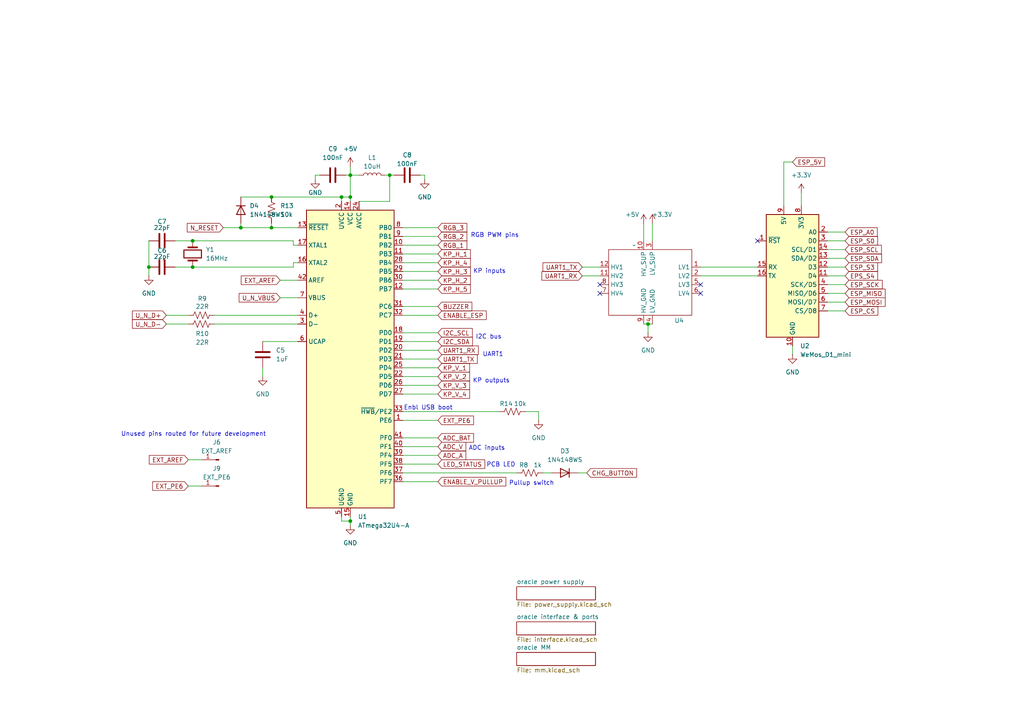
<source format=kicad_sch>
(kicad_sch (version 20231120) (generator "eeschema") (generator_version "8.0")
  (paper "A4")
  (title_block (title "oracle root") (date "2024-11-09") (rev "1.0"))
  (lib_symbols
    (symbol "Connector:Conn_01x01_Pin" (pin_names (offset 1.016) hide)
      (property "Reference" "J" (at 0 2.54 0))
      (property "Value" "Conn_01x01_Pin" (at 0 -2.54 0))
      (symbol "Conn_01x01_Pin_1_1"
        (polyline (pts (xy 1.27 0) (xy 0.8636 0)) (stroke (width 0.1524)))
        (rectangle (start 0.8636 0.127) (end 0 -0.127) (stroke (width 0.1524)) (fill (type outline)))
        (pin passive line (at 5.08 0 180) (length 3.81) (name "Pin_1") (number "1"))
      )
    )
    (symbol "Device:C" (pin_numbers hide) (pin_names (offset 0.254))
      (property "Reference" "C" (at 0.635 2.54 0))
      (property "Value" "C" (at 0.635 -2.54 0))
      (symbol "C_0_1"
        (polyline (pts (xy -2.032 -0.762) (xy 2.032 -0.762)) (stroke (width 0.508)))
        (polyline (pts (xy -2.032 0.762) (xy 2.032 0.762)) (stroke (width 0.508)))
      )
      (symbol "C_1_1"
        (pin passive line (at 0 3.81 270) (length 2.794) (name "~") (number "1"))
        (pin passive line (at 0 -3.81 90) (length 2.794) (name "~") (number "2"))
      )
    )
    (symbol "Device:Crystal" (pin_numbers hide) (pin_names (offset 1.016) hide)
      (property "Reference" "Y" (at 0 3.81 0))
      (property "Value" "Crystal" (at 0 -3.81 0))
      (symbol "Crystal_0_1"
        (rectangle (start -1.143 2.54) (end 1.143 -2.54) (stroke (width 0.3048)))
        (polyline (pts (xy -2.54 0) (xy -1.905 0)))
        (polyline (pts (xy -1.905 -1.27) (xy -1.905 1.27)) (stroke (width 0.508)))
        (polyline (pts (xy 1.905 -1.27) (xy 1.905 1.27)) (stroke (width 0.508)))
        (polyline (pts (xy 2.54 0) (xy 1.905 0)))
      )
      (symbol "Crystal_1_1"
        (pin passive line (at -3.81 0 0) (length 1.27) (name "1") (number "1"))
        (pin passive line (at 3.81 0 180) (length 1.27) (name "2") (number "2"))
      )
    )
    (symbol "Device:D" (pin_numbers hide) (pin_names (offset 1.016) hide)
      (property "Reference" "D" (at 0 2.54 0))
      (property "Value" "D" (at 0 -2.54 0))
      (symbol "D_0_1"
        (polyline (pts (xy -1.27 1.27) (xy -1.27 -1.27)) (stroke (width 0.254)))
        (polyline (pts (xy 1.27 0) (xy -1.27 0)))
        (polyline (pts (xy 1.27 1.27) (xy 1.27 -1.27) (xy -1.27 0) (xy 1.27 1.27)) (stroke (width 0.254)))
      )
      (symbol "D_1_1"
        (pin passive line (at -3.81 0 0) (length 2.54) (name "K") (number "1"))
        (pin passive line (at 3.81 0 180) (length 2.54) (name "A") (number "2"))
      )
    )
    (symbol "Device:L" (pin_numbers hide) (pin_names (offset 1.016) hide)
      (property "Reference" "L" (at -1.27 0 90))
      (property "Value" "L" (at 1.905 0 90))
      (symbol "L_0_1"
        (arc (start 0 -2.54) (mid 0.6323 -1.905) (end 0 -1.27))
        (arc (start 0 -1.27) (mid 0.6323 -0.635) (end 0 0))
        (arc (start 0 0) (mid 0.6323 0.635) (end 0 1.27))
        (arc (start 0 1.27) (mid 0.6323 1.905) (end 0 2.54))
      )
      (symbol "L_1_1"
        (pin passive line (at 0 3.81 270) (length 1.27) (name "1") (number "1"))
        (pin passive line (at 0 -3.81 90) (length 1.27) (name "2") (number "2"))
      )
    )
    (symbol "Device:R_US" (pin_numbers hide) (pin_names (offset 0))
      (property "Reference" "R" (at 2.54 0 90))
      (property "Value" "R_US" (at -2.54 0 90))
      (symbol "R_US_0_1"
        (polyline (pts (xy 0 -2.286) (xy 0 -2.54)))
        (polyline (pts (xy 0 2.286) (xy 0 2.54)))
        (polyline (pts (xy 0 -0.762) (xy 1.016 -1.143) (xy 0 -1.524) (xy -1.016 -1.905) (xy 0 -2.286)))
        (polyline (pts (xy 0 0.762) (xy 1.016 0.381) (xy 0 0) (xy -1.016 -0.381) (xy 0 -0.762)))
        (polyline (pts (xy 0 2.286) (xy 1.016 1.905) (xy 0 1.524) (xy -1.016 1.143) (xy 0 0.762)))
      )
      (symbol "R_US_1_1"
        (pin passive line (at 0 3.81 270) (length 1.27) (name "~") (number "1"))
        (pin passive line (at 0 -3.81 90) (length 1.27) (name "~") (number "2"))
      )
    )
    (symbol "MCU_Microchip_ATmega:ATmega32U4-A"
      (property "Reference" "U" (at -12.7 44.45 0))
      (property "Value" "ATmega32U4-A" (at 2.54 -44.45 0))
      (symbol "ATmega32U4-A_0_1"
        (rectangle (start -12.7 -43.18) (end 12.7 43.18) (stroke (width 0.254)) (fill (type background)))
      )
      (symbol "ATmega32U4-A_1_1"
        (pin bidirectional line (at 15.24 -17.78 180) (length 2.54) (name "PE6") (number "1"))
        (pin bidirectional line (at 15.24 33.02 180) (length 2.54) (name "PB2") (number "10"))
        (pin bidirectional line (at 15.24 30.48 180) (length 2.54) (name "PB3") (number "11"))
        (pin bidirectional line (at 15.24 20.32 180) (length 2.54) (name "PB7") (number "12"))
        (pin input line (at -15.24 38.1 0) (length 2.54) (name "~{RESET}") (number "13"))
        (pin power_in line (at 0 45.72 270) (length 2.54) (name "VCC") (number "14"))
        (pin power_in line (at 0 -45.72 90) (length 2.54) (name "GND") (number "15"))
        (pin output line (at -15.24 27.94 0) (length 2.54) (name "XTAL2") (number "16"))
        (pin input line (at -15.24 33.02 0) (length 2.54) (name "XTAL1") (number "17"))
        (pin bidirectional line (at 15.24 7.62 180) (length 2.54) (name "PD0") (number "18"))
        (pin bidirectional line (at 15.24 5.08 180) (length 2.54) (name "PD1") (number "19"))
        (pin power_in line (at -2.54 45.72 270) (length 2.54) (name "UVCC") (number "2"))
        (pin bidirectional line (at 15.24 2.54 180) (length 2.54) (name "PD2") (number "20"))
        (pin bidirectional line (at 15.24 0 180) (length 2.54) (name "PD3") (number "21"))
        (pin bidirectional line (at 15.24 -5.08 180) (length 2.54) (name "PD5") (number "22"))
        (pin passive line (at 0 -45.72 90) (length 2.54) hide (name "GND") (number "23"))
        (pin power_in line (at 2.54 45.72 270) (length 2.54) (name "AVCC") (number "24"))
        (pin bidirectional line (at 15.24 -2.54 180) (length 2.54) (name "PD4") (number "25"))
        (pin bidirectional line (at 15.24 -7.62 180) (length 2.54) (name "PD6") (number "26"))
        (pin bidirectional line (at 15.24 -10.16 180) (length 2.54) (name "PD7") (number "27"))
        (pin bidirectional line (at 15.24 27.94 180) (length 2.54) (name "PB4") (number "28"))
        (pin bidirectional line (at 15.24 25.4 180) (length 2.54) (name "PB5") (number "29"))
        (pin bidirectional line (at -15.24 10.16 0) (length 2.54) (name "D-") (number "3"))
        (pin bidirectional line (at 15.24 22.86 180) (length 2.54) (name "PB6") (number "30"))
        (pin bidirectional line (at 15.24 15.24 180) (length 2.54) (name "PC6") (number "31"))
        (pin bidirectional line (at 15.24 12.7 180) (length 2.54) (name "PC7") (number "32"))
        (pin bidirectional line (at 15.24 -15.24 180) (length 2.54) (name "~{HWB}/PE2") (number "33"))
        (pin passive line (at 0 45.72 270) (length 2.54) hide (name "VCC") (number "34"))
        (pin passive line (at 0 -45.72 90) (length 2.54) hide (name "GND") (number "35"))
        (pin bidirectional line (at 15.24 -35.56 180) (length 2.54) (name "PF7") (number "36"))
        (pin bidirectional line (at 15.24 -33.02 180) (length 2.54) (name "PF6") (number "37"))
        (pin bidirectional line (at 15.24 -30.48 180) (length 2.54) (name "PF5") (number "38"))
        (pin bidirectional line (at 15.24 -27.94 180) (length 2.54) (name "PF4") (number "39"))
        (pin bidirectional line (at -15.24 12.7 0) (length 2.54) (name "D+") (number "4"))
        (pin bidirectional line (at 15.24 -25.4 180) (length 2.54) (name "PF1") (number "40"))
        (pin bidirectional line (at 15.24 -22.86 180) (length 2.54) (name "PF0") (number "41"))
        (pin passive line (at -15.24 22.86 0) (length 2.54) (name "AREF") (number "42"))
        (pin passive line (at 0 -45.72 90) (length 2.54) hide (name "GND") (number "43"))
        (pin passive line (at 2.54 45.72 270) (length 2.54) hide (name "AVCC") (number "44"))
        (pin passive line (at -2.54 -45.72 90) (length 2.54) (name "UGND") (number "5"))
        (pin passive line (at -15.24 5.08 0) (length 2.54) (name "UCAP") (number "6"))
        (pin input line (at -15.24 17.78 0) (length 2.54) (name "VBUS") (number "7"))
        (pin bidirectional line (at 15.24 38.1 180) (length 2.54) (name "PB0") (number "8"))
        (pin bidirectional line (at 15.24 35.56 180) (length 2.54) (name "PB1") (number "9"))
      )
    )
    (symbol "MCU_Module:WeMos_D1_mini"
      (property "Reference" "U" (at 3.81 19.05 0))
      (property "Value" "WeMos_D1_mini" (at 1.27 -19.05 0))
      (symbol "WeMos_D1_mini_1_1"
        (rectangle (start -7.62 17.78) (end 7.62 -17.78) (stroke (width 0.254)) (fill (type background)))
        (pin input line (at -10.16 10.16 0) (length 2.54) (name "~{RST}") (number "1"))
        (pin power_in line (at 0 -20.32 90) (length 2.54) (name "GND") (number "10"))
        (pin bidirectional line (at 10.16 0 180) (length 2.54) (name "D4") (number "11"))
        (pin bidirectional line (at 10.16 2.54 180) (length 2.54) (name "D3") (number "12"))
        (pin bidirectional line (at 10.16 5.08 180) (length 2.54) (name "SDA/D2") (number "13"))
        (pin bidirectional line (at 10.16 7.62 180) (length 2.54) (name "SCL/D1") (number "14"))
        (pin input line (at -10.16 2.54 0) (length 2.54) (name "RX") (number "15"))
        (pin output line (at -10.16 0 0) (length 2.54) (name "TX") (number "16"))
        (pin input line (at 10.16 12.7 180) (length 2.54) (name "A0") (number "2"))
        (pin bidirectional line (at 10.16 10.16 180) (length 2.54) (name "D0") (number "3"))
        (pin bidirectional line (at 10.16 -2.54 180) (length 2.54) (name "SCK/D5") (number "4"))
        (pin bidirectional line (at 10.16 -5.08 180) (length 2.54) (name "MISO/D6") (number "5"))
        (pin bidirectional line (at 10.16 -7.62 180) (length 2.54) (name "MOSI/D7") (number "6"))
        (pin bidirectional line (at 10.16 -10.16 180) (length 2.54) (name "CS/D8") (number "7"))
        (pin power_out line (at 2.54 20.32 270) (length 2.54) (name "3V3") (number "8"))
        (pin power_in line (at -2.54 20.32 270) (length 2.54) (name "5V") (number "9"))
      )
    )
    (symbol "oracle:4ch_level_shifter"
      (property "Reference" "U" (at 2.286 -1.778 0))
      (symbol "4ch_level_shifter_0_1"
        (rectangle (start -10.16 7.62) (end 13.97 -11.43))
      )
      (symbol "4ch_level_shifter_1_1"
        (pin bidirectional line (at -12.7 2.54 0) (length 2.54) (name "LV1") (number "1"))
        (pin bidirectional line (at 3.81 10.16 270) (length 2.54) (name "HV_SUP") (number "10"))
        (pin bidirectional line (at 16.51 0 180) (length 2.54) (name "HV2") (number "11"))
        (pin bidirectional line (at 16.51 2.54 180) (length 2.54) (name "HV1") (number "12"))
        (pin bidirectional line (at -12.7 0 0) (length 2.54) (name "LV2") (number "2"))
        (pin bidirectional line (at 1.27 10.16 270) (length 2.54) (name "LV_SUP") (number "3"))
        (pin bidirectional line (at 1.27 -13.97 90) (length 2.54) (name "LV_GND") (number "4"))
        (pin bidirectional line (at -12.7 -2.54 0) (length 2.54) (name "LV3") (number "5"))
        (pin bidirectional line (at -12.7 -5.08 0) (length 2.54) (name "LV4") (number "6"))
        (pin bidirectional line (at 16.51 -5.08 180) (length 2.54) (name "HV4") (number "7"))
        (pin bidirectional line (at 16.51 -2.54 180) (length 2.54) (name "HV3") (number "8"))
        (pin bidirectional line (at 3.81 -13.97 90) (length 2.54) (name "HV_GND") (number "9"))
      )
    )
    (symbol "power:+3.3V" (power) (pin_numbers hide) (pin_names (offset 0) hide)
      (property "Value" "+3.3V" (at 0 3.556 0))
      (symbol "+3.3V_0_1"
        (polyline (pts (xy -0.762 1.27) (xy 0 2.54)))
        (polyline (pts (xy 0 0) (xy 0 2.54)))
        (polyline (pts (xy 0 2.54) (xy 0.762 1.27)))
      )
      (symbol "+3.3V_1_1"
        (pin power_in line (at 0 0 90) (length 0) (name "~") (number "1"))
      )
    )
    (symbol "power:+5V" (power) (pin_numbers hide) (pin_names (offset 0) hide)
      (property "Value" "+5V" (at 0 3.556 0))
      (symbol "+5V_0_1"
        (polyline (pts (xy -0.762 1.27) (xy 0 2.54)))
        (polyline (pts (xy 0 0) (xy 0 2.54)))
        (polyline (pts (xy 0 2.54) (xy 0.762 1.27)))
      )
      (symbol "+5V_1_1"
        (pin power_in line (at 0 0 90) (length 0) (name "~") (number "1"))
      )
    )
    (symbol "power:GND" (power) (pin_numbers hide) (pin_names (offset 0) hide)
      (property "Value" "GND" (at 0 -3.81 0))
      (symbol "GND_0_1"
        (polyline (pts (xy 0 0) (xy 0 -1.27) (xy 1.27 -1.27) (xy 0 -2.54) (xy -1.27 -1.27) (xy 0 -1.27)))
      )
      (symbol "GND_1_1"
        (pin power_in line (at 0 0 270) (length 0) (name "~") (number "1"))
      )
    )
  )
  (junction (at 78.74 57.15))
  (junction (at 55.88 77.47))
  (junction (at 78.74 66.04))
  (junction (at 187.96 93.98))
  (junction (at 99.06 57.15))
  (junction (at 43.18 77.47))
  (junction (at 101.6 57.15))
  (junction (at 101.6 50.8))
  (junction (at 101.6 151.13))
  (junction (at 69.85 66.04))
  (junction (at 113.03 50.8))
  (junction (at 55.88 69.85))
  (no_connect (at 203.2 85.09))
  (no_connect (at 173.99 85.09))
  (no_connect (at 173.99 82.55))
  (no_connect (at 203.2 82.55))
  (no_connect (at 219.71 69.85))
  (wire (pts (xy 240.03 67.31) (xy 245.11 67.31)))
  (wire (pts (xy 116.84 81.28) (xy 127 81.28)))
  (wire (pts (xy 203.2 80.01) (xy 219.71 80.01)))
  (wire (pts (xy 186.69 93.98) (xy 187.96 93.98)))
  (wire (pts (xy 127 106.68) (xy 116.84 106.68)))
  (wire (pts (xy 101.6 48.26) (xy 101.6 50.8)))
  (wire (pts (xy 113.03 50.8) (xy 113.03 58.42)))
  (wire (pts (xy 116.84 127) (xy 127 127)))
  (wire (pts (xy 116.84 134.62) (xy 127 134.62)))
  (wire (pts (xy 99.06 151.13) (xy 101.6 151.13)))
  (wire (pts (xy 78.74 57.15) (xy 99.06 57.15)))
  (wire (pts (xy 101.6 50.8) (xy 104.14 50.8)))
  (wire (pts (xy 156.21 119.38) (xy 152.4 119.38)))
  (wire (pts (xy 240.03 69.85) (xy 245.11 69.85)))
  (wire (pts (xy 85.09 69.85) (xy 55.88 69.85)))
  (wire (pts (xy 116.84 121.92) (xy 127 121.92)))
  (wire (pts (xy 123.19 50.8) (xy 121.92 50.8)))
  (wire (pts (xy 116.84 129.54) (xy 127 129.54)))
  (wire (pts (xy 104.14 58.42) (xy 113.03 58.42)))
  (wire (pts (xy 99.06 58.42) (xy 99.06 57.15)))
  (wire (pts (xy 116.84 76.2) (xy 127 76.2)))
  (wire (pts (xy 127 109.22) (xy 116.84 109.22)))
  (wire (pts (xy 167.64 137.16) (xy 170.18 137.16)))
  (wire (pts (xy 69.85 57.15) (xy 78.74 57.15)))
  (wire (pts (xy 54.61 133.35) (xy 58.42 133.35)))
  (wire (pts (xy 232.41 55.88) (xy 232.41 59.69)))
  (wire (pts (xy 240.03 82.55) (xy 245.11 82.55)))
  (wire (pts (xy 240.03 85.09) (xy 245.11 85.09)))
  (wire (pts (xy 64.77 66.04) (xy 69.85 66.04)))
  (wire (pts (xy 227.33 46.99) (xy 227.33 59.69)))
  (wire (pts (xy 240.03 87.63) (xy 245.11 87.63)))
  (wire (pts (xy 116.84 71.12) (xy 127 71.12)))
  (wire (pts (xy 50.8 77.47) (xy 55.88 77.47)))
  (wire (pts (xy 116.84 101.6) (xy 127 101.6)))
  (wire (pts (xy 203.2 77.47) (xy 219.71 77.47)))
  (wire (pts (xy 100.33 50.8) (xy 101.6 50.8)))
  (wire (pts (xy 116.84 99.06) (xy 127 99.06)))
  (wire (pts (xy 85.09 71.12) (xy 86.36 71.12)))
  (wire (pts (xy 85.09 77.47) (xy 85.09 76.2)))
  (wire (pts (xy 116.84 66.04) (xy 127 66.04)))
  (wire (pts (xy 99.06 149.86) (xy 99.06 151.13)))
  (wire (pts (xy 114.3 50.8) (xy 113.03 50.8)))
  (wire (pts (xy 116.84 96.52) (xy 127 96.52)))
  (wire (pts (xy 43.18 69.85) (xy 43.18 77.47)))
  (wire (pts (xy 48.26 91.44) (xy 54.61 91.44)))
  (wire (pts (xy 116.84 73.66) (xy 127 73.66)))
  (wire (pts (xy 240.03 90.17) (xy 245.11 90.17)))
  (wire (pts (xy 240.03 72.39) (xy 245.11 72.39)))
  (wire (pts (xy 189.23 64.77) (xy 189.23 69.85)))
  (wire (pts (xy 69.85 64.77) (xy 69.85 66.04)))
  (wire (pts (xy 69.85 66.04) (xy 78.74 66.04)))
  (wire (pts (xy 85.09 76.2) (xy 86.36 76.2)))
  (wire (pts (xy 168.91 77.47) (xy 173.99 77.47)))
  (wire (pts (xy 187.96 93.98) (xy 187.96 96.52)))
  (wire (pts (xy 48.26 93.98) (xy 54.61 93.98)))
  (wire (pts (xy 116.84 78.74) (xy 127 78.74)))
  (wire (pts (xy 116.84 104.14) (xy 127 104.14)))
  (wire (pts (xy 240.03 80.01) (xy 245.11 80.01)))
  (wire (pts (xy 187.96 93.98) (xy 189.23 93.98)))
  (wire (pts (xy 76.2 106.68) (xy 76.2 109.22)))
  (wire (pts (xy 62.23 91.44) (xy 86.36 91.44)))
  (wire (pts (xy 91.44 52.07) (xy 91.44 50.8)))
  (wire (pts (xy 123.19 50.8) (xy 123.19 52.07)))
  (wire (pts (xy 116.84 139.7) (xy 127 139.7)))
  (wire (pts (xy 240.03 77.47) (xy 245.11 77.47)))
  (wire (pts (xy 116.84 132.08) (xy 127 132.08)))
  (wire (pts (xy 127 114.3) (xy 116.84 114.3)))
  (wire (pts (xy 78.74 64.77) (xy 78.74 66.04)))
  (wire (pts (xy 54.61 140.97) (xy 58.42 140.97)))
  (wire (pts (xy 116.84 137.16) (xy 149.86 137.16)))
  (wire (pts (xy 116.84 83.82) (xy 127 83.82)))
  (wire (pts (xy 85.09 71.12) (xy 85.09 69.85)))
  (wire (pts (xy 43.18 77.47) (xy 43.18 80.01)))
  (wire (pts (xy 157.48 137.16) (xy 160.02 137.16)))
  (wire (pts (xy 229.87 100.33) (xy 229.87 102.87)))
  (wire (pts (xy 50.8 69.85) (xy 55.88 69.85)))
  (wire (pts (xy 62.23 93.98) (xy 86.36 93.98)))
  (wire (pts (xy 186.69 64.77) (xy 186.69 69.85)))
  (wire (pts (xy 116.84 68.58) (xy 127 68.58)))
  (wire (pts (xy 113.03 50.8) (xy 111.76 50.8)))
  (wire (pts (xy 101.6 57.15) (xy 101.6 58.42)))
  (wire (pts (xy 156.21 121.92) (xy 156.21 119.38)))
  (wire (pts (xy 168.91 80.01) (xy 173.99 80.01)))
  (wire (pts (xy 127 111.76) (xy 116.84 111.76)))
  (wire (pts (xy 116.84 91.44) (xy 127 91.44)))
  (wire (pts (xy 116.84 119.38) (xy 144.78 119.38)))
  (wire (pts (xy 78.74 66.04) (xy 86.36 66.04)))
  (wire (pts (xy 99.06 57.15) (xy 101.6 57.15)))
  (wire (pts (xy 76.2 99.06) (xy 86.36 99.06)))
  (wire (pts (xy 101.6 151.13) (xy 101.6 152.4)))
  (wire (pts (xy 101.6 50.8) (xy 101.6 57.15)))
  (wire (pts (xy 240.03 74.93) (xy 245.11 74.93)))
  (wire (pts (xy 91.44 50.8) (xy 92.71 50.8)))
  (wire (pts (xy 101.6 149.86) (xy 101.6 151.13)))
  (wire (pts (xy 81.28 86.36) (xy 86.36 86.36)))
  (wire (pts (xy 116.84 88.9) (xy 127 88.9)))
  (wire (pts (xy 229.87 46.99) (xy 227.33 46.99)))
  (wire (pts (xy 81.28 81.28) (xy 86.36 81.28)))
  (wire (pts (xy 55.88 77.47) (xy 85.09 77.47)))
  (text "RGB PWM pins" (at 143.51 68.326 0) (effects (font (size 1.27 1.27))))
  (text "Pullup switch" (at 154.178 140.208 0) (effects (font (size 1.27 1.27))))
  (text "ADC inputs" (at 141.224 130.048 0) (effects (font (size 1.27 1.27))))
  (text "Unused pins routed for future development" (at 56.134 125.984 0) (effects (font (size 1.27 1.27))))
  (text "I2C bus" (at 141.732 97.79 0) (effects (font (size 1.27 1.27))))
  (text "KP outputs" (at 142.494 110.49 0) (effects (font (size 1.27 1.27))))
  (text "KP inputs" (at 141.986 78.74 0) (effects (font (size 1.27 1.27))))
  (text "UART1" (at 143.002 102.87 0) (effects (font (size 1.27 1.27))))
  (text "PCB LED" (at 145.288 134.874 0) (effects (font (size 1.27 1.27))))
  (text "Enbl USB boot" (at 124.206 118.364 0) (effects (font (size 1.27 1.27))))
  (global_label "KP_H_5" (shape input) (at 127 83.82 0) (property "Intersheetrefs" "${INTERSHEET_REFS}" (effects (hide yes))))
  (global_label "KP_V_2" (shape input) (at 127 109.22 0) (property "Intersheetrefs" "${INTERSHEET_REFS}" (effects (hide yes))))
  (global_label "UART1_RX" (shape input) (at 168.91 80.01 180) (property "Intersheetrefs" "${INTERSHEET_REFS}" (effects (hide yes))))
  (global_label "ADC_V" (shape input) (at 127 129.54 0) (property "Intersheetrefs" "${INTERSHEET_REFS}" (effects (hide yes))))
  (global_label "ENABLE_ESP" (shape input) (at 127 91.44 0) (property "Intersheetrefs" "${INTERSHEET_REFS}" (effects (hide yes))))
  (global_label "ADC_A" (shape input) (at 127 132.08 0) (property "Intersheetrefs" "${INTERSHEET_REFS}" (effects (hide yes))))
  (global_label "ESP_S3" (shape input) (at 245.11 77.47 0) (property "Intersheetrefs" "${INTERSHEET_REFS}" (effects (hide yes))))
  (global_label "EPS_S4" (shape input) (at 245.11 80.01 0) (property "Intersheetrefs" "${INTERSHEET_REFS}" (effects (hide yes))))
  (global_label "EXT_PE6" (shape input) (at 54.61 140.97 180) (property "Intersheetrefs" "${INTERSHEET_REFS}" (effects (hide yes))))
  (global_label "ESP_5V" (shape input) (at 229.87 46.99 0) (property "Intersheetrefs" "${INTERSHEET_REFS}" (effects (hide yes))))
  (global_label "ENABLE_V_PULLUP" (shape input) (at 127 139.7 0) (property "Intersheetrefs" "${INTERSHEET_REFS}" (effects (hide yes))))
  (global_label "RGB_3" (shape input) (at 127 66.04 0) (property "Intersheetrefs" "${INTERSHEET_REFS}" (effects (hide yes))))
  (global_label "I2C_SCL" (shape input) (at 127 96.52 0) (property "Intersheetrefs" "${INTERSHEET_REFS}" (effects (hide yes))))
  (global_label "ESP_MOSI" (shape input) (at 245.11 87.63 0) (property "Intersheetrefs" "${INTERSHEET_REFS}" (effects (hide yes))))
  (global_label "U_N_VBUS" (shape input) (at 81.28 86.36 180) (property "Intersheetrefs" "${INTERSHEET_REFS}" (effects (hide yes))))
  (global_label "UART1_TX" (shape input) (at 168.91 77.47 180) (property "Intersheetrefs" "${INTERSHEET_REFS}" (effects (hide yes))))
  (global_label "RGB_1" (shape input) (at 127 71.12 0) (property "Intersheetrefs" "${INTERSHEET_REFS}" (effects (hide yes))))
  (global_label "I2C_SDA" (shape input) (at 127 99.06 0) (property "Intersheetrefs" "${INTERSHEET_REFS}" (effects (hide yes))))
  (global_label "EXT_AREF" (shape input) (at 81.28 81.28 180) (property "Intersheetrefs" "${INTERSHEET_REFS}" (effects (hide yes))))
  (global_label "ADC_BAT" (shape input) (at 127 127 0) (property "Intersheetrefs" "${INTERSHEET_REFS}" (effects (hide yes))))
  (global_label "UART1_TX" (shape input) (at 127 104.14 0) (property "Intersheetrefs" "${INTERSHEET_REFS}" (effects (hide yes))))
  (global_label "N_RESET" (shape input) (at 64.77 66.04 180) (property "Intersheetrefs" "${INTERSHEET_REFS}" (effects (hide yes))))
  (global_label "ESP_SDA" (shape input) (at 245.11 74.93 0) (property "Intersheetrefs" "${INTERSHEET_REFS}" (effects (hide yes))))
  (global_label "UART1_RX" (shape input) (at 127 101.6 0) (property "Intersheetrefs" "${INTERSHEET_REFS}" (effects (hide yes))))
  (global_label "U_N_D+" (shape input) (at 48.26 91.44 180) (property "Intersheetrefs" "${INTERSHEET_REFS}" (effects (hide yes))))
  (global_label "CHG_BUTTON" (shape input) (at 170.18 137.16 0) (property "Intersheetrefs" "${INTERSHEET_REFS}" (effects (hide yes))))
  (global_label "U_N_D-" (shape input) (at 48.26 93.98 180) (property "Intersheetrefs" "${INTERSHEET_REFS}" (effects (hide yes))))
  (global_label "ESP_SCK" (shape input) (at 245.11 82.55 0) (property "Intersheetrefs" "${INTERSHEET_REFS}" (effects (hide yes))))
  (global_label "KP_H_1" (shape input) (at 127 73.66 0) (property "Intersheetrefs" "${INTERSHEET_REFS}" (effects (hide yes))))
  (global_label "ESP_MISO" (shape input) (at 245.11 85.09 0) (property "Intersheetrefs" "${INTERSHEET_REFS}" (effects (hide yes))))
  (global_label "ESP_CS" (shape input) (at 245.11 90.17 0) (property "Intersheetrefs" "${INTERSHEET_REFS}" (effects (hide yes))))
  (global_label "KP_H_4" (shape input) (at 127 76.2 0) (property "Intersheetrefs" "${INTERSHEET_REFS}" (effects (hide yes))))
  (global_label "BUZZER" (shape input) (at 127 88.9 0) (property "Intersheetrefs" "${INTERSHEET_REFS}" (effects (hide yes))))
  (global_label "EXT_AREF" (shape input) (at 54.61 133.35 180) (property "Intersheetrefs" "${INTERSHEET_REFS}" (effects (hide yes))))
  (global_label "ESP_SCL" (shape input) (at 245.11 72.39 0) (property "Intersheetrefs" "${INTERSHEET_REFS}" (effects (hide yes))))
  (global_label "KP_V_3" (shape input) (at 127 111.76 0) (property "Intersheetrefs" "${INTERSHEET_REFS}" (effects (hide yes))))
  (global_label "ESP_S0" (shape input) (at 245.11 69.85 0) (property "Intersheetrefs" "${INTERSHEET_REFS}" (effects (hide yes))))
  (global_label "EXT_PE6" (shape input) (at 127 121.92 0) (property "Intersheetrefs" "${INTERSHEET_REFS}" (effects (hide yes))))
  (global_label "ESP_A0" (shape input) (at 245.11 67.31 0) (property "Intersheetrefs" "${INTERSHEET_REFS}" (effects (hide yes))))
  (global_label "KP_V_1" (shape input) (at 127 106.68 0) (property "Intersheetrefs" "${INTERSHEET_REFS}" (effects (hide yes))))
  (global_label "KP_H_2" (shape input) (at 127 81.28 0) (property "Intersheetrefs" "${INTERSHEET_REFS}" (effects (hide yes))))
  (global_label "RGB_2" (shape input) (at 127 68.58 0) (property "Intersheetrefs" "${INTERSHEET_REFS}" (effects (hide yes))))
  (global_label "KP_H_3" (shape input) (at 127 78.74 0) (property "Intersheetrefs" "${INTERSHEET_REFS}" (effects (hide yes))))
  (global_label "LED_STATUS" (shape input) (at 127 134.62 0) (property "Intersheetrefs" "${INTERSHEET_REFS}" (effects (hide yes))))
  (global_label "KP_V_4" (shape input) (at 127 114.3 0) (property "Intersheetrefs" "${INTERSHEET_REFS}" (effects (hide yes))))
  (symbol (lib_id "oracle:4ch_level_shifter") (at 190.5 80.01 0) (mirror y) (unit 1)
    (property "Reference" "U4" (at 198.374 92.964 0) (effects (justify left)))
    (property "Value" "~" (at 184.4959 71.12 0) (effects (justify left)))
    (property "Footprint" "oracle:4ch_level_shifter_v1" (effects (hide yes)))
  )
  (symbol (lib_id "Device:R_US") (at 153.67 137.16 90) (unit 1)
    (property "Reference" "R8" (at 151.892 134.874 90))
    (property "Value" "1k" (at 155.956 134.874 90))
    (property "Footprint" "Resistor_SMD:R_1206_3216Metric" (effects (hide yes)))
    (property "Description" "Resistor, US symbol" (effects (hide yes)))
  )
  (symbol (lib_id "power:GND") (at 43.18 80.01 0) (unit 1)
    (property "Reference" "#PWR019" (effects (hide yes)))
    (property "Value" "GND" (at 43.18 85.09 0))
    (property "Description" "Power symbol creates a global label with name \"GND\" , ground" (effects (hide yes)))
  )
  (symbol (lib_id "Device:C") (at 118.11 50.8 90) (unit 1)
    (property "Reference" "C8" (at 118.11 44.958 90))
    (property "Value" "100nF" (at 118.11 47.498 90))
    (property "Footprint" "Capacitor_SMD:C_0805_2012Metric" (effects (hide yes)))
    (property "Description" "Unpolarized capacitor" (effects (hide yes)))
  )
  (symbol (lib_id "power:GND") (at 229.87 102.87 0) (unit 1)
    (property "Reference" "#PWR028" (effects (hide yes)))
    (property "Value" "GND" (at 229.87 107.95 0))
    (property "Description" "Power symbol creates a global label with name \"GND\" , ground" (effects (hide yes)))
  )
  (symbol (lib_id "Device:L") (at 107.95 50.8 90) (unit 1)
    (property "Reference" "L1" (at 107.95 45.72 90))
    (property "Value" "10uH" (at 107.95 48.26 90))
    (property "Footprint" "Inductor_SMD:L_1206_3216Metric" (effects (hide yes)))
    (property "Description" "Inductor" (effects (hide yes)))
  )
  (symbol (lib_id "power:GND") (at 91.44 52.07 0) (unit 1)
    (property "Reference" "#PWR022" (effects (hide yes)))
    (property "Value" "GND" (at 91.44 55.88 0))
    (property "Description" "Power symbol creates a global label with name \"GND\" , ground" (effects (hide yes)))
  )
  (symbol (lib_id "power:+3.3V") (at 189.23 64.77 0) (unit 1)
    (property "Reference" "#PWR041" (effects (hide yes)))
    (property "Value" "+3.3V" (at 192.024 62.23 0))
    (property "Description" "Power symbol creates a global label with name \"+3.3V\"" (effects (hide yes)))
  )
  (symbol (lib_id "Device:D") (at 69.85 60.96 270) (unit 1)
    (property "Reference" "D4" (at 72.39 59.6899 90) (effects (justify left)))
    (property "Value" "1N4148WS" (at 72.39 62.2299 90) (effects (justify left)))
    (property "Footprint" "Diode_SMD:D_SOD-323F" (effects (hide yes)))
    (property "Description" "Diode" (effects (hide yes)))
    (property "Sim.Device" "D" (effects (hide yes)))
    (property "Sim.Pins" "1=K 2=A" (effects (hide yes)))
  )
  (symbol (lib_id "power:GND") (at 101.6 152.4 0) (unit 1)
    (property "Reference" "#PWR018" (effects (hide yes)))
    (property "Value" "GND" (at 101.6 157.48 0))
    (property "Description" "Power symbol creates a global label with name \"GND\" , ground" (effects (hide yes)))
  )
  (symbol (lib_id "Connector:Conn_01x01_Pin") (at 63.5 140.97 180) (unit 1)
    (property "Reference" "J9" (at 62.865 135.89 0))
    (property "Value" "EXT_PE6" (at 62.865 138.43 0))
    (property "Footprint" "Connector_PinSocket_2.54mm:PinSocket_1x01_P2.54mm_Vertical" (effects (hide yes)))
    (property "Description" "Generic connector, single row, 01x01, script generated" (effects (hide yes)))
  )
  (symbol (lib_id "power:GND") (at 123.19 52.07 0) (unit 1)
    (property "Reference" "#PWR021" (effects (hide yes)))
    (property "Value" "GND" (at 123.19 57.15 0))
    (property "Description" "Power symbol creates a global label with name \"GND\" , ground" (effects (hide yes)))
  )
  (symbol (lib_id "Device:R_US") (at 78.74 60.96 0) (unit 1)
    (property "Reference" "R13" (at 81.28 59.6899 0) (effects (justify left)))
    (property "Value" "10k" (at 81.28 62.2299 0) (effects (justify left)))
    (property "Footprint" "Resistor_SMD:R_1206_3216Metric" (effects (hide yes)))
    (property "Description" "Resistor, US symbol" (effects (hide yes)))
  )
  (symbol (lib_id "MCU_Microchip_ATmega:ATmega32U4-A") (at 101.6 104.14 0) (unit 1)
    (property "Reference" "U1" (at 103.7941 149.86 0) (effects (justify left)))
    (property "Value" "ATmega32U4-A" (at 103.7941 152.4 0) (effects (justify left)))
    (property "Footprint" "Package_QFP:TQFP-44_10x10mm_P0.8mm" (effects (hide yes)))
    (property "Datasheet" "http://ww1.microchip.com/downloads/en/DeviceDoc/Atmel-7766-8-bit-AVR-ATmega16U4-32U4_Datasheet.pdf" (effects (hide yes)))
    (property "Description" "16MHz, 32kB Flash, 2.5kB SRAM, 1kB EEPROM, USB 2.0, TQFP-44" (effects (hide yes)))
  )
  (symbol (lib_id "Device:R_US") (at 58.42 91.44 90) (unit 1)
    (property "Reference" "R9" (at 58.674 86.614 90))
    (property "Value" "22R" (at 58.674 88.9 90))
    (property "Footprint" "Resistor_SMD:R_1206_3216Metric" (effects (hide yes)))
    (property "Description" "Resistor, US symbol" (effects (hide yes)))
  )
  (symbol (lib_id "MCU_Module:WeMos_D1_mini") (at 229.87 80.01 0) (unit 1)
    (property "Reference" "U2" (at 232.0641 100.33 0) (effects (justify left)))
    (property "Value" "WeMos_D1_mini" (at 232.0641 102.87 0) (effects (justify left)))
    (property "Footprint" "Module:WEMOS_D1_mini_light" (effects (hide yes)))
    (property "Datasheet" "https://wiki.wemos.cc/products:d1:d1_mini#documentation" (effects (hide yes)))
    (property "Description" "32-bit microcontroller module with WiFi" (effects (hide yes)))
  )
  (symbol (lib_id "Device:C") (at 76.2 102.87 0) (unit 1)
    (property "Reference" "C5" (at 80.01 101.5999 0) (effects (justify left)))
    (property "Value" "1uF" (at 80.01 104.1399 0) (effects (justify left)))
    (property "Footprint" "Capacitor_SMD:C_1210_3225Metric" (effects (hide yes)))
    (property "Description" "Unpolarized capacitor" (effects (hide yes)))
  )
  (symbol (lib_id "Device:C") (at 46.99 69.85 90) (unit 1)
    (property "Reference" "C7" (at 46.99 64.262 90))
    (property "Value" "22pF" (at 46.99 66.04 90))
    (property "Footprint" "Capacitor_SMD:C_0805_2012Metric" (effects (hide yes)))
    (property "Description" "Unpolarized capacitor" (effects (hide yes)))
  )
  (symbol (lib_id "power:+3.3V") (at 232.41 55.88 0) (unit 1)
    (property "Reference" "#PWR027" (effects (hide yes)))
    (property "Value" "+3.3V" (at 232.41 50.8 0))
    (property "Description" "Power symbol creates a global label with name \"+3.3V\"" (effects (hide yes)))
  )
  (symbol (lib_id "power:GND") (at 187.96 96.52 0) (unit 1)
    (property "Reference" "#PWR029" (effects (hide yes)))
    (property "Value" "GND" (at 187.96 101.6 0))
    (property "Description" "Power symbol creates a global label with name \"GND\" , ground" (effects (hide yes)))
  )
  (symbol (lib_id "power:GND") (at 156.21 121.92 0) (unit 1)
    (property "Reference" "#PWR023" (effects (hide yes)))
    (property "Value" "GND" (at 156.21 127 0))
    (property "Description" "Power symbol creates a global label with name \"GND\" , ground" (effects (hide yes)))
  )
  (symbol (lib_id "Connector:Conn_01x01_Pin") (at 63.5 133.35 180) (unit 1)
    (property "Reference" "J6" (at 62.865 128.27 0))
    (property "Value" "EXT_AREF" (at 62.865 130.81 0))
    (property "Footprint" "Connector_PinSocket_2.54mm:PinSocket_1x01_P2.54mm_Vertical" (effects (hide yes)))
    (property "Description" "Generic connector, single row, 01x01, script generated" (effects (hide yes)))
  )
  (symbol (lib_id "Device:R_US") (at 148.59 119.38 90) (unit 1)
    (property "Reference" "R14" (at 146.812 117.094 90))
    (property "Value" "10k" (at 150.876 117.094 90))
    (property "Footprint" "Resistor_SMD:R_1206_3216Metric" (effects (hide yes)))
    (property "Description" "Resistor, US symbol" (effects (hide yes)))
  )
  (symbol (lib_id "power:+5V") (at 101.6 48.26 0) (unit 1)
    (property "Reference" "#PWR020" (effects (hide yes)))
    (property "Value" "+5V" (at 101.6 43.18 0))
    (property "Description" "Power symbol creates a global label with name \"+5V\"" (effects (hide yes)))
  )
  (symbol (lib_id "Device:Crystal") (at 55.88 73.66 90) (unit 1)
    (property "Reference" "Y1" (at 59.69 72.3899 90) (effects (justify right)))
    (property "Value" "16MHz" (at 59.69 74.9299 90) (effects (justify right)))
    (property "Footprint" "Crystal:Crystal_SMD_HC49-SD" (effects (hide yes)))
    (property "Description" "Two pin crystal" (effects (hide yes)))
  )
  (symbol (lib_id "Device:C") (at 96.52 50.8 90) (unit 1)
    (property "Reference" "C9" (at 96.52 43.18 90))
    (property "Value" "100nF" (at 96.52 45.72 90))
    (property "Footprint" "Capacitor_SMD:C_0805_2012Metric" (effects (hide yes)))
    (property "Description" "Unpolarized capacitor" (effects (hide yes)))
  )
  (symbol (lib_id "Device:D") (at 163.83 137.16 0) (mirror y) (unit 1)
    (property "Reference" "D3" (at 163.83 130.81 0))
    (property "Value" "1N4148WS" (at 163.83 133.35 0))
    (property "Footprint" "Diode_SMD:D_SOD-323F" (effects (hide yes)))
    (property "Description" "Diode" (effects (hide yes)))
    (property "Sim.Device" "D" (effects (hide yes)))
    (property "Sim.Pins" "1=K 2=A" (effects (hide yes)))
  )
  (symbol (lib_id "Device:R_US") (at 58.42 93.98 90) (unit 1)
    (property "Reference" "R10" (at 58.674 96.774 90))
    (property "Value" "22R" (at 58.674 99.314 90))
    (property "Footprint" "Resistor_SMD:R_1206_3216Metric" (effects (hide yes)))
    (property "Description" "Resistor, US symbol" (effects (hide yes)))
  )
  (symbol (lib_id "power:GND") (at 76.2 109.22 0) (unit 1)
    (property "Reference" "#PWR017" (effects (hide yes)))
    (property "Value" "GND" (at 76.2 114.3 0))
    (property "Description" "Power symbol creates a global label with name \"GND\" , ground" (effects (hide yes)))
  )
  (symbol (lib_id "Device:C") (at 46.99 77.47 90) (unit 1)
    (property "Reference" "C6" (at 46.99 72.644 90))
    (property "Value" "22pF" (at 46.99 74.422 90))
    (property "Footprint" "Capacitor_SMD:C_0805_2012Metric" (effects (hide yes)))
    (property "Description" "Unpolarized capacitor" (effects (hide yes)))
  )
  (symbol (lib_id "power:+5V") (at 186.69 64.77 0) (unit 1)
    (property "Reference" "#PWR042" (effects (hide yes)))
    (property "Value" "+5V" (at 183.388 62.23 0))
    (property "Description" "Power symbol creates a global label with name \"+5V\"" (effects (hide yes)))
  )
  (sheet (at 149.86 170.18) (size 22.86 3.81) (stroke (width 0.1524))
    (property "Sheetname" "oracle power supply" (at 149.86 169.4684 0) (effects (justify left bottom)))
    (property "Sheetfile" "power_supply.kicad_sch" (at 149.86 174.5746 0) (effects (justify left top)))
  )
  (sheet (at 149.86 189.23) (size 22.86 3.81) (stroke (width 0.1524))
    (property "Sheetname" "oracle MM" (at 149.86 188.5184 0) (effects (justify left bottom)))
    (property "Sheetfile" "mm.kicad_sch" (at 149.86 193.6246 0) (effects (justify left top)))
  )
  (sheet (at 149.86 180.34) (size 22.86 3.81) (stroke (width 0.1524))
    (property "Sheetname" "oracle interface & ports" (at 149.86 179.6284 0) (effects (justify left bottom)))
    (property "Sheetfile" "interface.kicad_sch" (at 149.86 184.7346 0) (effects (justify left top)))
  )
)
</source>
